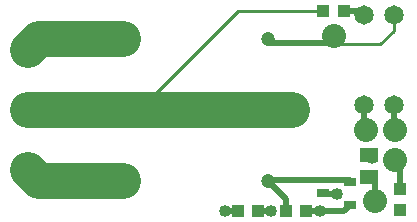
<source format=gbr>
G04 DipTrace 2.4.0.2*
%INTop.gbr*%
%MOIN*%
%ADD13C,0.12*%
%ADD14C,0.01*%
%ADD15C,0.02*%
%ADD20C,0.08*%
%ADD21R,0.0394X0.0433*%
%ADD22R,0.0591X0.0512*%
%ADD23R,0.0433X0.0394*%
%ADD24C,0.0984*%
%ADD25C,0.0472*%
%ADD26C,0.065*%
%ADD28R,0.0413X0.0256*%
%ADD29C,0.04*%
%FSLAX44Y44*%
G04*
G70*
G90*
G75*
G01*
%LNTop*%
%LPD*%
X6952Y12042D2*
D13*
X7312Y12402D1*
X10112D1*
X6952Y10042D2*
X10670D1*
Y10040D1*
X15742D1*
X16802Y13332D2*
D14*
X13962D1*
X10670Y10040D1*
X6952Y8042D2*
D13*
X7316Y7678D1*
X10112D1*
X17162Y12492D2*
D14*
Y12232D1*
X18702D1*
X19150Y12681D1*
Y13193D1*
X14955Y12402D2*
D15*
Y12282D1*
X17162D1*
Y12492D1*
X17682Y7630D2*
Y7702D1*
X14979D1*
X14955Y7678D1*
X15567Y7066D1*
Y6682D1*
X17471Y13332D2*
X18010D1*
X18150Y13193D1*
X19202Y9382D2*
X19150D1*
Y10193D1*
X17252Y7252D2*
X16776D1*
Y7256D1*
X18222Y9382D2*
X18150D1*
Y10193D1*
X19362Y7392D2*
Y8222D1*
X19202Y8382D1*
X19362Y6712D2*
Y6722D1*
X18432Y8442D2*
X18420D1*
X18322Y8540D1*
Y7792D2*
X18512D1*
Y6992D1*
X18532D1*
X13512Y6682D2*
X13952D1*
X16236D2*
X16672D1*
X17482D1*
X17682Y6882D1*
X15062Y6682D2*
X14621D1*
D29*
X19362Y6712D3*
X17252Y7252D3*
X18432Y8442D3*
X16672Y6682D3*
X13512D3*
X15062D3*
D20*
X19202Y9382D3*
Y8382D3*
X17162Y12492D3*
X18532Y6992D3*
X18222Y9382D3*
D21*
X19362Y6722D3*
Y7392D3*
D22*
X18322Y7792D3*
Y8540D3*
D23*
X15567Y6682D3*
X16236D3*
X13952D3*
X14621D3*
X16802Y13332D3*
X17471D3*
D24*
X10112Y12402D3*
Y7678D3*
D25*
X14955Y12402D3*
Y7678D3*
D24*
X15742Y10040D3*
X6952Y12042D3*
Y10042D3*
Y8042D3*
D26*
X18150Y10193D3*
X19150D3*
Y13193D3*
X18150D3*
D28*
X17682Y6882D3*
Y7630D3*
X16776Y7256D3*
M02*

</source>
